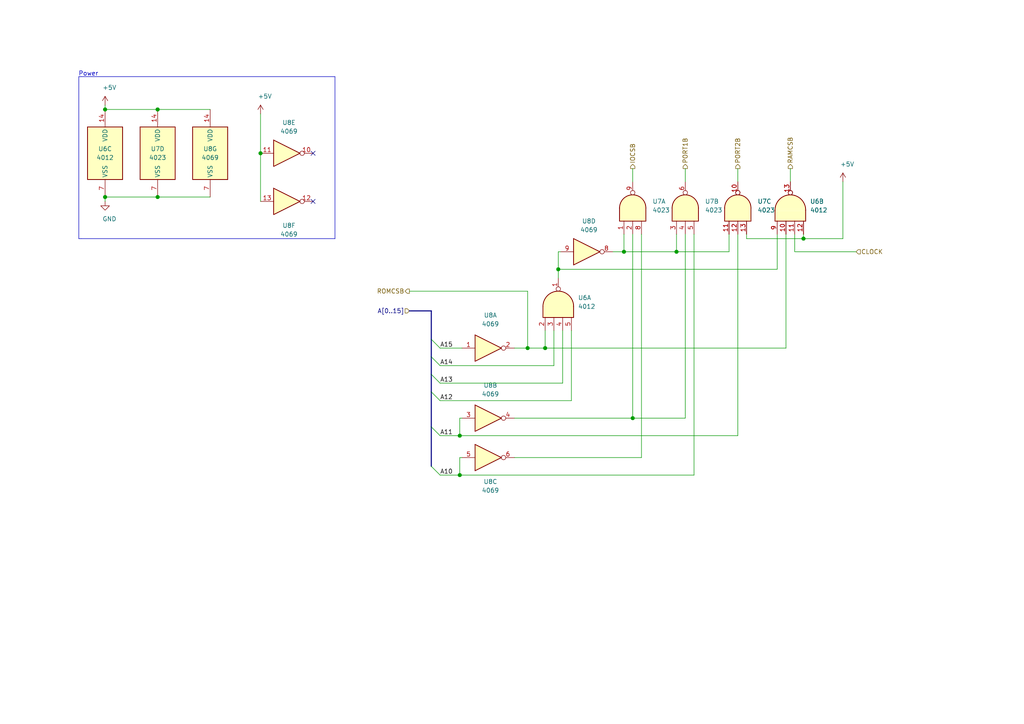
<source format=kicad_sch>
(kicad_sch (version 20201015) (generator eeschema)
  (page 1 4)
  (paper "A4")
  (title_block (title "Retro 6502 Mother Board") (rev "0.1") (company "Romuald Rousseau"))
  (lib_symbols
    (symbol "4xxx:4012"
      (property "Reference" "U" (at 0 1.27 0))
      (property "Value" "4012" (at 0 -1.27 0))
      (symbol "4012_1_1"
        (arc (start -0.635 -4.445) (end -0.635 4.445) (radius (at -0.635 0) (length 4.445) (angles -89.9 89.9)) (stroke (width 0.254)) (fill (type background)))
        (polyline (pts (xy -0.635 4.445) (xy -3.81 4.445) (xy -3.81 -4.445) (xy -0.635 -4.445)) (stroke (width 0.254)) (fill (type background)))
        (pin output inverted (at 7.62 0 180) (length 3.81) (name "~") (number "1"))
        (pin input line (at -7.62 3.81 0) (length 3.81) (name "~") (number "2"))
        (pin input line (at -7.62 1.27 0) (length 3.81) (name "~") (number "3"))
        (pin input line (at -7.62 -1.27 0) (length 3.81) (name "~") (number "4"))
        (pin input line (at -7.62 -3.81 0) (length 3.81) (name "~") (number "5"))
      )
      (symbol "4012_1_2"
        (arc (start -3.81 4.445) (end -3.81 -4.445) (radius (at -11.303 0) (length 8.7122) (angles 30.6 -30.6)) (stroke (width 0.254)))
        (arc (start 3.81 0) (end -0.6096 4.445) (radius (at -2.0574 -1.4224) (length 6.0452) (angles 13.7 76.8)) (stroke (width 0.254)) (fill (type background)))
        (arc (start 3.81 0) (end -0.6096 -4.445) (radius (at -2.0574 1.4224) (length 6.0452) (angles -13.7 -76.8)) (stroke (width 0.254)) (fill (type background)))
        (polyline (pts (xy -3.81 -4.445) (xy -0.635 -4.445)) (stroke (width 0.254)) (fill (type background)))
        (polyline (pts (xy -3.81 4.445) (xy -0.635 4.445)) (stroke (width 0.254)) (fill (type background)))
        (polyline (pts (xy -0.635 4.445) (xy -3.81 4.445) (xy -3.81 4.445) (xy -3.6322 4.0894) (xy -3.0988 2.921) (xy -2.7686 1.6764) (xy -2.6162 0.4318) (xy -2.6416 -0.8636) (xy -2.8702 -2.1082) (xy -3.2512 -3.3274) (xy -3.81 -4.445) (xy -3.81 -4.445) (xy -0.635 -4.445)) (stroke (width -25.4)) (fill (type background)))
        (pin output line (at 7.62 0 180) (length 3.81) (name "~") (number "1"))
        (pin input inverted (at -7.62 3.81 0) (length 3.81) (name "~") (number "2"))
        (pin input inverted (at -7.62 1.27 0) (length 4.826) (name "~") (number "3"))
        (pin input inverted (at -7.62 -1.27 0) (length 4.826) (name "~") (number "4"))
        (pin input inverted (at -7.62 -3.81 0) (length 3.81) (name "~") (number "5"))
      )
      (symbol "4012_2_1"
        (arc (start -0.635 -4.445) (end -0.635 4.445) (radius (at -0.635 0) (length 4.445) (angles -89.9 89.9)) (stroke (width 0.254)) (fill (type background)))
        (polyline (pts (xy -0.635 4.445) (xy -3.81 4.445) (xy -3.81 -4.445) (xy -0.635 -4.445)) (stroke (width 0.254)) (fill (type background)))
        (pin input line (at -7.62 1.27 0) (length 3.81) (name "~") (number "10"))
        (pin input line (at -7.62 -1.27 0) (length 3.81) (name "~") (number "11"))
        (pin input line (at -7.62 -3.81 0) (length 3.81) (name "~") (number "12"))
        (pin output inverted (at 7.62 0 180) (length 3.81) (name "~") (number "13"))
        (pin input line (at -7.62 3.81 0) (length 3.81) (name "~") (number "9"))
      )
      (symbol "4012_2_2"
        (arc (start -3.81 4.445) (end -3.81 -4.445) (radius (at -11.303 0) (length 8.7122) (angles 30.6 -30.6)) (stroke (width 0.254)))
        (arc (start 3.81 0) (end -0.6096 4.445) (radius (at -2.0574 -1.4224) (length 6.0452) (angles 13.7 76.8)) (stroke (width 0.254)) (fill (type background)))
        (arc (start 3.81 0) (end -0.6096 -4.445) (radius (at -2.0574 1.4224) (length 6.0452) (angles -13.7 -76.8)) (stroke (width 0.254)) (fill (type background)))
        (polyline (pts (xy -3.81 -4.445) (xy -0.635 -4.445)) (stroke (width 0.254)) (fill (type background)))
        (polyline (pts (xy -3.81 4.445) (xy -0.635 4.445)) (stroke (width 0.254)) (fill (type background)))
        (polyline (pts (xy -0.635 4.445) (xy -3.81 4.445) (xy -3.81 4.445) (xy -3.6322 4.0894) (xy -3.0988 2.921) (xy -2.7686 1.6764) (xy -2.6162 0.4318) (xy -2.6416 -0.8636) (xy -2.8702 -2.1082) (xy -3.2512 -3.3274) (xy -3.81 -4.445) (xy -3.81 -4.445) (xy -0.635 -4.445)) (stroke (width -25.4)) (fill (type background)))
        (pin input inverted (at -7.62 1.27 0) (length 4.826) (name "~") (number "10"))
        (pin input inverted (at -7.62 -1.27 0) (length 4.826) (name "~") (number "11"))
        (pin input inverted (at -7.62 -3.81 0) (length 3.81) (name "~") (number "12"))
        (pin output line (at 7.62 0 180) (length 3.81) (name "~") (number "13"))
        (pin input inverted (at -7.62 3.81 0) (length 3.81) (name "~") (number "9"))
      )
      (symbol "4012_3_0"
        (pin power_in line (at 0 12.7 270) (length 5.08) (name "VDD") (number "14"))
        (pin power_in line (at 0 -12.7 90) (length 5.08) (name "VSS") (number "7"))
      )
      (symbol "4012_3_1"
        (rectangle (start -5.08 7.62) (end 5.08 -7.62) (stroke (width 0.254)) (fill (type background)))
      )
    )
    (symbol "4xxx:4012_1"
      (property "Reference" "U" (at 0 1.27 0))
      (property "Value" "4012" (at 0 -1.27 0))
      (symbol "4012_1_1_1"
        (arc (start -0.635 -4.445) (end -0.635 4.445) (radius (at -0.635 0) (length 4.445) (angles -89.9 89.9)) (stroke (width 0.254)) (fill (type background)))
        (polyline (pts (xy -0.635 4.445) (xy -3.81 4.445) (xy -3.81 -4.445) (xy -0.635 -4.445)) (stroke (width 0.254)) (fill (type background)))
        (pin output inverted (at 7.62 0 180) (length 3.81) (name "~") (number "1"))
        (pin input line (at -7.62 3.81 0) (length 3.81) (name "~") (number "2"))
        (pin input line (at -7.62 1.27 0) (length 3.81) (name "~") (number "3"))
        (pin input line (at -7.62 -1.27 0) (length 3.81) (name "~") (number "4"))
        (pin input line (at -7.62 -3.81 0) (length 3.81) (name "~") (number "5"))
      )
      (symbol "4012_1_1_2"
        (arc (start -3.81 4.445) (end -3.81 -4.445) (radius (at -11.303 0) (length 8.7122) (angles 30.6 -30.6)) (stroke (width 0.254)))
        (arc (start 3.81 0) (end -0.6096 4.445) (radius (at -2.0574 -1.4224) (length 6.0452) (angles 13.7 76.8)) (stroke (width 0.254)) (fill (type background)))
        (arc (start 3.81 0) (end -0.6096 -4.445) (radius (at -2.0574 1.4224) (length 6.0452) (angles -13.7 -76.8)) (stroke (width 0.254)) (fill (type background)))
        (polyline (pts (xy -3.81 -4.445) (xy -0.635 -4.445)) (stroke (width 0.254)) (fill (type background)))
        (polyline (pts (xy -3.81 4.445) (xy -0.635 4.445)) (stroke (width 0.254)) (fill (type background)))
        (polyline (pts (xy -0.635 4.445) (xy -3.81 4.445) (xy -3.81 4.445) (xy -3.6322 4.0894) (xy -3.0988 2.921) (xy -2.7686 1.6764) (xy -2.6162 0.4318) (xy -2.6416 -0.8636) (xy -2.8702 -2.1082) (xy -3.2512 -3.3274) (xy -3.81 -4.445) (xy -3.81 -4.445) (xy -0.635 -4.445)) (stroke (width -25.4)) (fill (type background)))
        (pin output line (at 7.62 0 180) (length 3.81) (name "~") (number "1"))
        (pin input inverted (at -7.62 3.81 0) (length 3.81) (name "~") (number "2"))
        (pin input inverted (at -7.62 1.27 0) (length 4.826) (name "~") (number "3"))
        (pin input inverted (at -7.62 -1.27 0) (length 4.826) (name "~") (number "4"))
        (pin input inverted (at -7.62 -3.81 0) (length 3.81) (name "~") (number "5"))
      )
      (symbol "4012_1_2_1"
        (arc (start -0.635 -4.445) (end -0.635 4.445) (radius (at -0.635 0) (length 4.445) (angles -89.9 89.9)) (stroke (width 0.254)) (fill (type background)))
        (polyline (pts (xy -0.635 4.445) (xy -3.81 4.445) (xy -3.81 -4.445) (xy -0.635 -4.445)) (stroke (width 0.254)) (fill (type background)))
        (pin input line (at -7.62 1.27 0) (length 3.81) (name "~") (number "10"))
        (pin input line (at -7.62 -1.27 0) (length 3.81) (name "~") (number "11"))
        (pin input line (at -7.62 -3.81 0) (length 3.81) (name "~") (number "12"))
        (pin output inverted (at 7.62 0 180) (length 3.81) (name "~") (number "13"))
        (pin input line (at -7.62 3.81 0) (length 3.81) (name "~") (number "9"))
      )
      (symbol "4012_1_2_2"
        (arc (start -3.81 4.445) (end -3.81 -4.445) (radius (at -11.303 0) (length 8.7122) (angles 30.6 -30.6)) (stroke (width 0.254)))
        (arc (start 3.81 0) (end -0.6096 4.445) (radius (at -2.0574 -1.4224) (length 6.0452) (angles 13.7 76.8)) (stroke (width 0.254)) (fill (type background)))
        (arc (start 3.81 0) (end -0.6096 -4.445) (radius (at -2.0574 1.4224) (length 6.0452) (angles -13.7 -76.8)) (stroke (width 0.254)) (fill (type background)))
        (polyline (pts (xy -3.81 -4.445) (xy -0.635 -4.445)) (stroke (width 0.254)) (fill (type background)))
        (polyline (pts (xy -3.81 4.445) (xy -0.635 4.445)) (stroke (width 0.254)) (fill (type background)))
        (polyline (pts (xy -0.635 4.445) (xy -3.81 4.445) (xy -3.81 4.445) (xy -3.6322 4.0894) (xy -3.0988 2.921) (xy -2.7686 1.6764) (xy -2.6162 0.4318) (xy -2.6416 -0.8636) (xy -2.8702 -2.1082) (xy -3.2512 -3.3274) (xy -3.81 -4.445) (xy -3.81 -4.445) (xy -0.635 -4.445)) (stroke (width -25.4)) (fill (type background)))
        (pin input inverted (at -7.62 1.27 0) (length 4.826) (name "~") (number "10"))
        (pin input inverted (at -7.62 -1.27 0) (length 4.826) (name "~") (number "11"))
        (pin input inverted (at -7.62 -3.81 0) (length 3.81) (name "~") (number "12"))
        (pin output line (at 7.62 0 180) (length 3.81) (name "~") (number "13"))
        (pin input inverted (at -7.62 3.81 0) (length 3.81) (name "~") (number "9"))
      )
      (symbol "4012_1_3_0"
        (pin power_in line (at 0 12.7 270) (length 5.08) (name "VDD") (number "14"))
        (pin power_in line (at 0 -12.7 90) (length 5.08) (name "VSS") (number "7"))
      )
      (symbol "4012_1_3_1"
        (rectangle (start -5.08 7.62) (end 5.08 -7.62) (stroke (width 0.254)) (fill (type background)))
      )
    )
    (symbol "4xxx:4012_2"
      (property "Reference" "U" (at 0 1.27 0))
      (property "Value" "4012" (at 0 -1.27 0))
      (symbol "4012_2_1_1"
        (arc (start -0.635 -4.445) (end -0.635 4.445) (radius (at -0.635 0) (length 4.445) (angles -89.9 89.9)) (stroke (width 0.254)) (fill (type background)))
        (polyline (pts (xy -0.635 4.445) (xy -3.81 4.445) (xy -3.81 -4.445) (xy -0.635 -4.445)) (stroke (width 0.254)) (fill (type background)))
        (pin output inverted (at 7.62 0 180) (length 3.81) (name "~") (number "1"))
        (pin input line (at -7.62 3.81 0) (length 3.81) (name "~") (number "2"))
        (pin input line (at -7.62 1.27 0) (length 3.81) (name "~") (number "3"))
        (pin input line (at -7.62 -1.27 0) (length 3.81) (name "~") (number "4"))
        (pin input line (at -7.62 -3.81 0) (length 3.81) (name "~") (number "5"))
      )
      (symbol "4012_2_1_2"
        (arc (start -3.81 4.445) (end -3.81 -4.445) (radius (at -11.303 0) (length 8.7122) (angles 30.6 -30.6)) (stroke (width 0.254)))
        (arc (start 3.81 0) (end -0.6096 4.445) (radius (at -2.0574 -1.4224) (length 6.0452) (angles 13.7 76.8)) (stroke (width 0.254)) (fill (type background)))
        (arc (start 3.81 0) (end -0.6096 -4.445) (radius (at -2.0574 1.4224) (length 6.0452) (angles -13.7 -76.8)) (stroke (width 0.254)) (fill (type background)))
        (polyline (pts (xy -3.81 -4.445) (xy -0.635 -4.445)) (stroke (width 0.254)) (fill (type background)))
        (polyline (pts (xy -3.81 4.445) (xy -0.635 4.445)) (stroke (width 0.254)) (fill (type background)))
        (polyline (pts (xy -0.635 4.445) (xy -3.81 4.445) (xy -3.81 4.445) (xy -3.6322 4.0894) (xy -3.0988 2.921) (xy -2.7686 1.6764) (xy -2.6162 0.4318) (xy -2.6416 -0.8636) (xy -2.8702 -2.1082) (xy -3.2512 -3.3274) (xy -3.81 -4.445) (xy -3.81 -4.445) (xy -0.635 -4.445)) (stroke (width -25.4)) (fill (type background)))
        (pin output line (at 7.62 0 180) (length 3.81) (name "~") (number "1"))
        (pin input inverted (at -7.62 3.81 0) (length 3.81) (name "~") (number "2"))
        (pin input inverted (at -7.62 1.27 0) (length 4.826) (name "~") (number "3"))
        (pin input inverted (at -7.62 -1.27 0) (length 4.826) (name "~") (number "4"))
        (pin input inverted (at -7.62 -3.81 0) (length 3.81) (name "~") (number "5"))
      )
      (symbol "4012_2_2_1"
        (arc (start -0.635 -4.445) (end -0.635 4.445) (radius (at -0.635 0) (length 4.445) (angles -89.9 89.9)) (stroke (width 0.254)) (fill (type background)))
        (polyline (pts (xy -0.635 4.445) (xy -3.81 4.445) (xy -3.81 -4.445) (xy -0.635 -4.445)) (stroke (width 0.254)) (fill (type background)))
        (pin input line (at -7.62 1.27 0) (length 3.81) (name "~") (number "10"))
        (pin input line (at -7.62 -1.27 0) (length 3.81) (name "~") (number "11"))
        (pin input line (at -7.62 -3.81 0) (length 3.81) (name "~") (number "12"))
        (pin output inverted (at 7.62 0 180) (length 3.81) (name "~") (number "13"))
        (pin input line (at -7.62 3.81 0) (length 3.81) (name "~") (number "9"))
      )
      (symbol "4012_2_2_2"
        (arc (start -3.81 4.445) (end -3.81 -4.445) (radius (at -11.303 0) (length 8.7122) (angles 30.6 -30.6)) (stroke (width 0.254)))
        (arc (start 3.81 0) (end -0.6096 4.445) (radius (at -2.0574 -1.4224) (length 6.0452) (angles 13.7 76.8)) (stroke (width 0.254)) (fill (type background)))
        (arc (start 3.81 0) (end -0.6096 -4.445) (radius (at -2.0574 1.4224) (length 6.0452) (angles -13.7 -76.8)) (stroke (width 0.254)) (fill (type background)))
        (polyline (pts (xy -3.81 -4.445) (xy -0.635 -4.445)) (stroke (width 0.254)) (fill (type background)))
        (polyline (pts (xy -3.81 4.445) (xy -0.635 4.445)) (stroke (width 0.254)) (fill (type background)))
        (polyline (pts (xy -0.635 4.445) (xy -3.81 4.445) (xy -3.81 4.445) (xy -3.6322 4.0894) (xy -3.0988 2.921) (xy -2.7686 1.6764) (xy -2.6162 0.4318) (xy -2.6416 -0.8636) (xy -2.8702 -2.1082) (xy -3.2512 -3.3274) (xy -3.81 -4.445) (xy -3.81 -4.445) (xy -0.635 -4.445)) (stroke (width -25.4)) (fill (type background)))
        (pin input inverted (at -7.62 1.27 0) (length 4.826) (name "~") (number "10"))
        (pin input inverted (at -7.62 -1.27 0) (length 4.826) (name "~") (number "11"))
        (pin input inverted (at -7.62 -3.81 0) (length 3.81) (name "~") (number "12"))
        (pin output line (at 7.62 0 180) (length 3.81) (name "~") (number "13"))
        (pin input inverted (at -7.62 3.81 0) (length 3.81) (name "~") (number "9"))
      )
      (symbol "4012_2_3_0"
        (pin power_in line (at 0 12.7 270) (length 5.08) (name "VDD") (number "14"))
        (pin power_in line (at 0 -12.7 90) (length 5.08) (name "VSS") (number "7"))
      )
      (symbol "4012_2_3_1"
        (rectangle (start -5.08 7.62) (end 5.08 -7.62) (stroke (width 0.254)) (fill (type background)))
      )
    )
    (symbol "4xxx:4023"
      (property "Reference" "U" (at 0 1.27 0))
      (property "Value" "4023" (at 0 -1.27 0))
      (symbol "4023_1_1"
        (arc (start 0 -3.81) (end 0 3.81) (radius (at 0 0) (length 3.81) (angles -89.9 89.9)) (stroke (width 0.254)) (fill (type background)))
        (polyline (pts (xy 0 3.81) (xy -3.81 3.81) (xy -3.81 -3.81) (xy 0 -3.81)) (stroke (width 0.254)) (fill (type background)))
        (pin input line (at -7.62 2.54 0) (length 3.81) (name "~") (number "1"))
        (pin input line (at -7.62 0 0) (length 3.81) (name "~") (number "2"))
        (pin input line (at -7.62 -2.54 0) (length 3.81) (name "~") (number "8"))
        (pin output inverted (at 7.62 0 180) (length 3.81) (name "~") (number "9"))
      )
      (symbol "4023_1_2"
        (arc (start -3.81 3.81) (end -3.81 -3.81) (radius (at -9.144 0) (length 6.5532) (angles 35.4 -35.4)) (stroke (width 0.254)))
        (arc (start 3.81 0) (end -0.6096 3.81) (radius (at -1.1938 -1.3208) (length 5.1816) (angles 15 83.7)) (stroke (width 0.254)) (fill (type background)))
        (arc (start 3.81 0) (end -0.6096 -3.81) (radius (at -1.1938 1.3208) (length 5.1816) (angles -15 -83.7)) (stroke (width 0.254)) (fill (type background)))
        (polyline (pts (xy -3.81 -3.81) (xy -0.635 -3.81)) (stroke (width 0.254)) (fill (type background)))
        (polyline (pts (xy -3.81 3.81) (xy -0.635 3.81)) (stroke (width 0.254)) (fill (type background)))
        (polyline (pts (xy -0.635 3.81) (xy -3.81 3.81) (xy -3.81 3.81) (xy -3.556 3.4036) (xy -3.0226 2.2606) (xy -2.6924 1.0414) (xy -2.6162 -0.254) (xy -2.7686 -1.4986) (xy -3.175 -2.7178) (xy -3.81 -3.81) (xy -3.81 -3.81) (xy -0.635 -3.81)) (stroke (width -25.4)) (fill (type background)))
        (pin input inverted (at -7.62 2.54 0) (length 4.318) (name "~") (number "1"))
        (pin input inverted (at -7.62 0 0) (length 4.953) (name "~") (number "2"))
        (pin input inverted (at -7.62 -2.54 0) (length 4.318) (name "~") (number "8"))
        (pin output line (at 7.62 0 180) (length 3.81) (name "~") (number "9"))
      )
      (symbol "4023_2_1"
        (arc (start 0 -3.81) (end 0 3.81) (radius (at 0 0) (length 3.81) (angles -89.9 89.9)) (stroke (width 0.254)) (fill (type background)))
        (polyline (pts (xy 0 3.81) (xy -3.81 3.81) (xy -3.81 -3.81) (xy 0 -3.81)) (stroke (width 0.254)) (fill (type background)))
        (pin input line (at -7.62 2.54 0) (length 3.81) (name "~") (number "3"))
        (pin input line (at -7.62 0 0) (length 3.81) (name "~") (number "4"))
        (pin input line (at -7.62 -2.54 0) (length 3.81) (name "~") (number "5"))
        (pin output inverted (at 7.62 0 180) (length 3.81) (name "~") (number "6"))
      )
      (symbol "4023_2_2"
        (arc (start -3.81 3.81) (end -3.81 -3.81) (radius (at -9.144 0) (length 6.5532) (angles 35.4 -35.4)) (stroke (width 0.254)))
        (arc (start 3.81 0) (end -0.6096 3.81) (radius (at -1.1938 -1.3208) (length 5.1816) (angles 15 83.7)) (stroke (width 0.254)) (fill (type background)))
        (arc (start 3.81 0) (end -0.6096 -3.81) (radius (at -1.1938 1.3208) (length 5.1816) (angles -15 -83.7)) (stroke (width 0.254)) (fill (type background)))
        (polyline (pts (xy -3.81 -3.81) (xy -0.635 -3.81)) (stroke (width 0.254)) (fill (type background)))
        (polyline (pts (xy -3.81 3.81) (xy -0.635 3.81)) (stroke (width 0.254)) (fill (type background)))
        (polyline (pts (xy -0.635 3.81) (xy -3.81 3.81) (xy -3.81 3.81) (xy -3.556 3.4036) (xy -3.0226 2.2606) (xy -2.6924 1.0414) (xy -2.6162 -0.254) (xy -2.7686 -1.4986) (xy -3.175 -2.7178) (xy -3.81 -3.81) (xy -3.81 -3.81) (xy -0.635 -3.81)) (stroke (width -25.4)) (fill (type background)))
        (pin input inverted (at -7.62 2.54 0) (length 4.318) (name "~") (number "3"))
        (pin input inverted (at -7.62 0 0) (length 4.953) (name "~") (number "4"))
        (pin input inverted (at -7.62 -2.54 0) (length 4.318) (name "~") (number "5"))
        (pin output line (at 7.62 0 180) (length 3.81) (name "~") (number "6"))
      )
      (symbol "4023_3_1"
        (arc (start 0 -3.81) (end 0 3.81) (radius (at 0 0) (length 3.81) (angles -89.9 89.9)) (stroke (width 0.254)) (fill (type background)))
        (polyline (pts (xy 0 3.81) (xy -3.81 3.81) (xy -3.81 -3.81) (xy 0 -3.81)) (stroke (width 0.254)) (fill (type background)))
        (pin output inverted (at 7.62 0 180) (length 3.81) (name "~") (number "10"))
        (pin input line (at -7.62 2.54 0) (length 3.81) (name "~") (number "11"))
        (pin input line (at -7.62 0 0) (length 3.81) (name "~") (number "12"))
        (pin input line (at -7.62 -2.54 0) (length 3.81) (name "~") (number "13"))
      )
      (symbol "4023_3_2"
        (arc (start -3.81 3.81) (end -3.81 -3.81) (radius (at -9.144 0) (length 6.5532) (angles 35.4 -35.4)) (stroke (width 0.254)))
        (arc (start 3.81 0) (end -0.6096 3.81) (radius (at -1.1938 -1.3208) (length 5.1816) (angles 15 83.7)) (stroke (width 0.254)) (fill (type background)))
        (arc (start 3.81 0) (end -0.6096 -3.81) (radius (at -1.1938 1.3208) (length 5.1816) (angles -15 -83.7)) (stroke (width 0.254)) (fill (type background)))
        (polyline (pts (xy -3.81 -3.81) (xy -0.635 -3.81)) (stroke (width 0.254)) (fill (type background)))
        (polyline (pts (xy -3.81 3.81) (xy -0.635 3.81)) (stroke (width 0.254)) (fill (type background)))
        (polyline (pts (xy -0.635 3.81) (xy -3.81 3.81) (xy -3.81 3.81) (xy -3.556 3.4036) (xy -3.0226 2.2606) (xy -2.6924 1.0414) (xy -2.6162 -0.254) (xy -2.7686 -1.4986) (xy -3.175 -2.7178) (xy -3.81 -3.81) (xy -3.81 -3.81) (xy -0.635 -3.81)) (stroke (width -25.4)) (fill (type background)))
        (pin output line (at 7.62 0 180) (length 3.81) (name "~") (number "10"))
        (pin input inverted (at -7.62 2.54 0) (length 4.318) (name "~") (number "11"))
        (pin input inverted (at -7.62 0 0) (length 4.953) (name "~") (number "12"))
        (pin input inverted (at -7.62 -2.54 0) (length 4.318) (name "~") (number "13"))
      )
      (symbol "4023_4_0"
        (pin power_in line (at 0 12.7 270) (length 5.08) (name "VDD") (number "14"))
        (pin power_in line (at 0 -12.7 90) (length 5.08) (name "VSS") (number "7"))
      )
      (symbol "4023_4_1"
        (rectangle (start -5.08 7.62) (end 5.08 -7.62) (stroke (width 0.254)) (fill (type background)))
      )
    )
    (symbol "4xxx:4023_1"
      (property "Reference" "U" (at 0 1.27 0))
      (property "Value" "4023" (at 0 -1.27 0))
      (symbol "4023_1_1_1"
        (arc (start 0 -3.81) (end 0 3.81) (radius (at 0 0) (length 3.81) (angles -89.9 89.9)) (stroke (width 0.254)) (fill (type background)))
        (polyline (pts (xy 0 3.81) (xy -3.81 3.81) (xy -3.81 -3.81) (xy 0 -3.81)) (stroke (width 0.254)) (fill (type background)))
        (pin input line (at -7.62 2.54 0) (length 3.81) (name "~") (number "1"))
        (pin input line (at -7.62 0 0) (length 3.81) (name "~") (number "2"))
        (pin input line (at -7.62 -2.54 0) (length 3.81) (name "~") (number "8"))
        (pin output inverted (at 7.62 0 180) (length 3.81) (name "~") (number "9"))
      )
      (symbol "4023_1_1_2"
        (arc (start -3.81 3.81) (end -3.81 -3.81) (radius (at -9.144 0) (length 6.5532) (angles 35.4 -35.4)) (stroke (width 0.254)))
        (arc (start 3.81 0) (end -0.6096 3.81) (radius (at -1.1938 -1.3208) (length 5.1816) (angles 15 83.7)) (stroke (width 0.254)) (fill (type background)))
        (arc (start 3.81 0) (end -0.6096 -3.81) (radius (at -1.1938 1.3208) (length 5.1816) (angles -15 -83.7)) (stroke (width 0.254)) (fill (type background)))
        (polyline (pts (xy -3.81 -3.81) (xy -0.635 -3.81)) (stroke (width 0.254)) (fill (type background)))
        (polyline (pts (xy -3.81 3.81) (xy -0.635 3.81)) (stroke (width 0.254)) (fill (type background)))
        (polyline (pts (xy -0.635 3.81) (xy -3.81 3.81) (xy -3.81 3.81) (xy -3.556 3.4036) (xy -3.0226 2.2606) (xy -2.6924 1.0414) (xy -2.6162 -0.254) (xy -2.7686 -1.4986) (xy -3.175 -2.7178) (xy -3.81 -3.81) (xy -3.81 -3.81) (xy -0.635 -3.81)) (stroke (width -25.4)) (fill (type background)))
        (pin input inverted (at -7.62 2.54 0) (length 4.318) (name "~") (number "1"))
        (pin input inverted (at -7.62 0 0) (length 4.953) (name "~") (number "2"))
        (pin input inverted (at -7.62 -2.54 0) (length 4.318) (name "~") (number "8"))
        (pin output line (at 7.62 0 180) (length 3.81) (name "~") (number "9"))
      )
      (symbol "4023_1_2_1"
        (arc (start 0 -3.81) (end 0 3.81) (radius (at 0 0) (length 3.81) (angles -89.9 89.9)) (stroke (width 0.254)) (fill (type background)))
        (polyline (pts (xy 0 3.81) (xy -3.81 3.81) (xy -3.81 -3.81) (xy 0 -3.81)) (stroke (width 0.254)) (fill (type background)))
        (pin input line (at -7.62 2.54 0) (length 3.81) (name "~") (number "3"))
        (pin input line (at -7.62 0 0) (length 3.81) (name "~") (number "4"))
        (pin input line (at -7.62 -2.54 0) (length 3.81) (name "~") (number "5"))
        (pin output inverted (at 7.62 0 180) (length 3.81) (name "~") (number "6"))
      )
      (symbol "4023_1_2_2"
        (arc (start -3.81 3.81) (end -3.81 -3.81) (radius (at -9.144 0) (length 6.5532) (angles 35.4 -35.4)) (stroke (width 0.254)))
        (arc (start 3.81 0) (end -0.6096 3.81) (radius (at -1.1938 -1.3208) (length 5.1816) (angles 15 83.7)) (stroke (width 0.254)) (fill (type background)))
        (arc (start 3.81 0) (end -0.6096 -3.81) (radius (at -1.1938 1.3208) (length 5.1816) (angles -15 -83.7)) (stroke (width 0.254)) (fill (type background)))
        (polyline (pts (xy -3.81 -3.81) (xy -0.635 -3.81)) (stroke (width 0.254)) (fill (type background)))
        (polyline (pts (xy -3.81 3.81) (xy -0.635 3.81)) (stroke (width 0.254)) (fill (type background)))
        (polyline (pts (xy -0.635 3.81) (xy -3.81 3.81) (xy -3.81 3.81) (xy -3.556 3.4036) (xy -3.0226 2.2606) (xy -2.6924 1.0414) (xy -2.6162 -0.254) (xy -2.7686 -1.4986) (xy -3.175 -2.7178) (xy -3.81 -3.81) (xy -3.81 -3.81) (xy -0.635 -3.81)) (stroke (width -25.4)) (fill (type background)))
        (pin input inverted (at -7.62 2.54 0) (length 4.318) (name "~") (number "3"))
        (pin input inverted (at -7.62 0 0) (length 4.953) (name "~") (number "4"))
        (pin input inverted (at -7.62 -2.54 0) (length 4.318) (name "~") (number "5"))
        (pin output line (at 7.62 0 180) (length 3.81) (name "~") (number "6"))
      )
      (symbol "4023_1_3_1"
        (arc (start 0 -3.81) (end 0 3.81) (radius (at 0 0) (length 3.81) (angles -89.9 89.9)) (stroke (width 0.254)) (fill (type background)))
        (polyline (pts (xy 0 3.81) (xy -3.81 3.81) (xy -3.81 -3.81) (xy 0 -3.81)) (stroke (width 0.254)) (fill (type background)))
        (pin output inverted (at 7.62 0 180) (length 3.81) (name "~") (number "10"))
        (pin input line (at -7.62 2.54 0) (length 3.81) (name "~") (number "11"))
        (pin input line (at -7.62 0 0) (length 3.81) (name "~") (number "12"))
        (pin input line (at -7.62 -2.54 0) (length 3.81) (name "~") (number "13"))
      )
      (symbol "4023_1_3_2"
        (arc (start -3.81 3.81) (end -3.81 -3.81) (radius (at -9.144 0) (length 6.5532) (angles 35.4 -35.4)) (stroke (width 0.254)))
        (arc (start 3.81 0) (end -0.6096 3.81) (radius (at -1.1938 -1.3208) (length 5.1816) (angles 15 83.7)) (stroke (width 0.254)) (fill (type background)))
        (arc (start 3.81 0) (end -0.6096 -3.81) (radius (at -1.1938 1.3208) (length 5.1816) (angles -15 -83.7)) (stroke (width 0.254)) (fill (type background)))
        (polyline (pts (xy -3.81 -3.81) (xy -0.635 -3.81)) (stroke (width 0.254)) (fill (type background)))
        (polyline (pts (xy -3.81 3.81) (xy -0.635 3.81)) (stroke (width 0.254)) (fill (type background)))
        (polyline (pts (xy -0.635 3.81) (xy -3.81 3.81) (xy -3.81 3.81) (xy -3.556 3.4036) (xy -3.0226 2.2606) (xy -2.6924 1.0414) (xy -2.6162 -0.254) (xy -2.7686 -1.4986) (xy -3.175 -2.7178) (xy -3.81 -3.81) (xy -3.81 -3.81) (xy -0.635 -3.81)) (stroke (width -25.4)) (fill (type background)))
        (pin output line (at 7.62 0 180) (length 3.81) (name "~") (number "10"))
        (pin input inverted (at -7.62 2.54 0) (length 4.318) (name "~") (number "11"))
        (pin input inverted (at -7.62 0 0) (length 4.953) (name "~") (number "12"))
        (pin input inverted (at -7.62 -2.54 0) (length 4.318) (name "~") (number "13"))
      )
      (symbol "4023_1_4_0"
        (pin power_in line (at 0 12.7 270) (length 5.08) (name "VDD") (number "14"))
        (pin power_in line (at 0 -12.7 90) (length 5.08) (name "VSS") (number "7"))
      )
      (symbol "4023_1_4_1"
        (rectangle (start -5.08 7.62) (end 5.08 -7.62) (stroke (width 0.254)) (fill (type background)))
      )
    )
    (symbol "4xxx:4023_2"
      (property "Reference" "U" (at 0 1.27 0))
      (property "Value" "4023" (at 0 -1.27 0))
      (symbol "4023_2_1_1"
        (arc (start 0 -3.81) (end 0 3.81) (radius (at 0 0) (length 3.81) (angles -89.9 89.9)) (stroke (width 0.254)) (fill (type background)))
        (polyline (pts (xy 0 3.81) (xy -3.81 3.81) (xy -3.81 -3.81) (xy 0 -3.81)) (stroke (width 0.254)) (fill (type background)))
        (pin input line (at -7.62 2.54 0) (length 3.81) (name "~") (number "1"))
        (pin input line (at -7.62 0 0) (length 3.81) (name "~") (number "2"))
        (pin input line (at -7.62 -2.54 0) (length 3.81) (name "~") (number "8"))
        (pin output inverted (at 7.62 0 180) (length 3.81) (name "~") (number "9"))
      )
      (symbol "4023_2_1_2"
        (arc (start -3.81 3.81) (end -3.81 -3.81) (radius (at -9.144 0) (length 6.5532) (angles 35.4 -35.4)) (stroke (width 0.254)))
        (arc (start 3.81 0) (end -0.6096 3.81) (radius (at -1.1938 -1.3208) (length 5.1816) (angles 15 83.7)) (stroke (width 0.254)) (fill (type background)))
        (arc (start 3.81 0) (end -0.6096 -3.81) (radius (at -1.1938 1.3208) (length 5.1816) (angles -15 -83.7)) (stroke (width 0.254)) (fill (type background)))
        (polyline (pts (xy -3.81 -3.81) (xy -0.635 -3.81)) (stroke (width 0.254)) (fill (type background)))
        (polyline (pts (xy -3.81 3.81) (xy -0.635 3.81)) (stroke (width 0.254)) (fill (type background)))
        (polyline (pts (xy -0.635 3.81) (xy -3.81 3.81) (xy -3.81 3.81) (xy -3.556 3.4036) (xy -3.0226 2.2606) (xy -2.6924 1.0414) (xy -2.6162 -0.254) (xy -2.7686 -1.4986) (xy -3.175 -2.7178) (xy -3.81 -3.81) (xy -3.81 -3.81) (xy -0.635 -3.81)) (stroke (width -25.4)) (fill (type background)))
        (pin input inverted (at -7.62 2.54 0) (length 4.318) (name "~") (number "1"))
        (pin input inverted (at -7.62 0 0) (length 4.953) (name "~") (number "2"))
        (pin input inverted (at -7.62 -2.54 0) (length 4.318) (name "~") (number "8"))
        (pin output line (at 7.62 0 180) (length 3.81) (name "~") (number "9"))
      )
      (symbol "4023_2_2_1"
        (arc (start 0 -3.81) (end 0 3.81) (radius (at 0 0) (length 3.81) (angles -89.9 89.9)) (stroke (width 0.254)) (fill (type background)))
        (polyline (pts (xy 0 3.81) (xy -3.81 3.81) (xy -3.81 -3.81) (xy 0 -3.81)) (stroke (width 0.254)) (fill (type background)))
        (pin input line (at -7.62 2.54 0) (length 3.81) (name "~") (number "3"))
        (pin input line (at -7.62 0 0) (length 3.81) (name "~") (number "4"))
        (pin input line (at -7.62 -2.54 0) (length 3.81) (name "~") (number "5"))
        (pin output inverted (at 7.62 0 180) (length 3.81) (name "~") (number "6"))
      )
      (symbol "4023_2_2_2"
        (arc (start -3.81 3.81) (end -3.81 -3.81) (radius (at -9.144 0) (length 6.5532) (angles 35.4 -35.4)) (stroke (width 0.254)))
        (arc (start 3.81 0) (end -0.6096 3.81) (radius (at -1.1938 -1.3208) (length 5.1816) (angles 15 83.7)) (stroke (width 0.254)) (fill (type background)))
        (arc (start 3.81 0) (end -0.6096 -3.81) (radius (at -1.1938 1.3208) (length 5.1816) (angles -15 -83.7)) (stroke (width 0.254)) (fill (type background)))
        (polyline (pts (xy -3.81 -3.81) (xy -0.635 -3.81)) (stroke (width 0.254)) (fill (type background)))
        (polyline (pts (xy -3.81 3.81) (xy -0.635 3.81)) (stroke (width 0.254)) (fill (type background)))
        (polyline (pts (xy -0.635 3.81) (xy -3.81 3.81) (xy -3.81 3.81) (xy -3.556 3.4036) (xy -3.0226 2.2606) (xy -2.6924 1.0414) (xy -2.6162 -0.254) (xy -2.7686 -1.4986) (xy -3.175 -2.7178) (xy -3.81 -3.81) (xy -3.81 -3.81) (xy -0.635 -3.81)) (stroke (width -25.4)) (fill (type background)))
        (pin input inverted (at -7.62 2.54 0) (length 4.318) (name "~") (number "3"))
        (pin input inverted (at -7.62 0 0) (length 4.953) (name "~") (number "4"))
        (pin input inverted (at -7.62 -2.54 0) (length 4.318) (name "~") (number "5"))
        (pin output line (at 7.62 0 180) (length 3.81) (name "~") (number "6"))
      )
      (symbol "4023_2_3_1"
        (arc (start 0 -3.81) (end 0 3.81) (radius (at 0 0) (length 3.81) (angles -89.9 89.9)) (stroke (width 0.254)) (fill (type background)))
        (polyline (pts (xy 0 3.81) (xy -3.81 3.81) (xy -3.81 -3.81) (xy 0 -3.81)) (stroke (width 0.254)) (fill (type background)))
        (pin output inverted (at 7.62 0 180) (length 3.81) (name "~") (number "10"))
        (pin input line (at -7.62 2.54 0) (length 3.81) (name "~") (number "11"))
        (pin input line (at -7.62 0 0) (length 3.81) (name "~") (number "12"))
        (pin input line (at -7.62 -2.54 0) (length 3.81) (name "~") (number "13"))
      )
      (symbol "4023_2_3_2"
        (arc (start -3.81 3.81) (end -3.81 -3.81) (radius (at -9.144 0) (length 6.5532) (angles 35.4 -35.4)) (stroke (width 0.254)))
        (arc (start 3.81 0) (end -0.6096 3.81) (radius (at -1.1938 -1.3208) (length 5.1816) (angles 15 83.7)) (stroke (width 0.254)) (fill (type background)))
        (arc (start 3.81 0) (end -0.6096 -3.81) (radius (at -1.1938 1.3208) (length 5.1816) (angles -15 -83.7)) (stroke (width 0.254)) (fill (type background)))
        (polyline (pts (xy -3.81 -3.81) (xy -0.635 -3.81)) (stroke (width 0.254)) (fill (type background)))
        (polyline (pts (xy -3.81 3.81) (xy -0.635 3.81)) (stroke (width 0.254)) (fill (type background)))
        (polyline (pts (xy -0.635 3.81) (xy -3.81 3.81) (xy -3.81 3.81) (xy -3.556 3.4036) (xy -3.0226 2.2606) (xy -2.6924 1.0414) (xy -2.6162 -0.254) (xy -2.7686 -1.4986) (xy -3.175 -2.7178) (xy -3.81 -3.81) (xy -3.81 -3.81) (xy -0.635 -3.81)) (stroke (width -25.4)) (fill (type background)))
        (pin output line (at 7.62 0 180) (length 3.81) (name "~") (number "10"))
        (pin input inverted (at -7.62 2.54 0) (length 4.318) (name "~") (number "11"))
        (pin input inverted (at -7.62 0 0) (length 4.953) (name "~") (number "12"))
        (pin input inverted (at -7.62 -2.54 0) (length 4.318) (name "~") (number "13"))
      )
      (symbol "4023_2_4_0"
        (pin power_in line (at 0 12.7 270) (length 5.08) (name "VDD") (number "14"))
        (pin power_in line (at 0 -12.7 90) (length 5.08) (name "VSS") (number "7"))
      )
      (symbol "4023_2_4_1"
        (rectangle (start -5.08 7.62) (end 5.08 -7.62) (stroke (width 0.254)) (fill (type background)))
      )
    )
    (symbol "4xxx:4069"
      (property "Reference" "U" (at 0 1.27 0))
      (property "Value" "4069" (at 0 -1.27 0))
      (symbol "4069_1_0"
        (polyline (pts (xy -3.81 3.81) (xy -3.81 -3.81) (xy 3.81 0) (xy -3.81 3.81)) (stroke (width 0.254)) (fill (type background)))
        (pin input line (at -7.62 0 0) (length 3.81) (name "~") (number "1"))
        (pin output inverted (at 7.62 0 180) (length 3.81) (name "~") (number "2"))
      )
      (symbol "4069_2_0"
        (polyline (pts (xy -3.81 3.81) (xy -3.81 -3.81) (xy 3.81 0) (xy -3.81 3.81)) (stroke (width 0.254)) (fill (type background)))
        (pin input line (at -7.62 0 0) (length 3.81) (name "~") (number "3"))
        (pin output inverted (at 7.62 0 180) (length 3.81) (name "~") (number "4"))
      )
      (symbol "4069_3_0"
        (polyline (pts (xy -3.81 3.81) (xy -3.81 -3.81) (xy 3.81 0) (xy -3.81 3.81)) (stroke (width 0.254)) (fill (type background)))
        (pin input line (at -7.62 0 0) (length 3.81) (name "~") (number "5"))
        (pin output inverted (at 7.62 0 180) (length 3.81) (name "~") (number "6"))
      )
      (symbol "4069_4_0"
        (polyline (pts (xy -3.81 3.81) (xy -3.81 -3.81) (xy 3.81 0) (xy -3.81 3.81)) (stroke (width 0.254)) (fill (type background)))
        (pin output inverted (at 7.62 0 180) (length 3.81) (name "~") (number "8"))
        (pin input line (at -7.62 0 0) (length 3.81) (name "~") (number "9"))
      )
      (symbol "4069_5_0"
        (polyline (pts (xy -3.81 3.81) (xy -3.81 -3.81) (xy 3.81 0) (xy -3.81 3.81)) (stroke (width 0.254)) (fill (type background)))
        (pin output inverted (at 7.62 0 180) (length 3.81) (name "~") (number "10"))
        (pin input line (at -7.62 0 0) (length 3.81) (name "~") (number "11"))
      )
      (symbol "4069_6_0"
        (polyline (pts (xy -3.81 3.81) (xy -3.81 -3.81) (xy 3.81 0) (xy -3.81 3.81)) (stroke (width 0.254)) (fill (type background)))
        (pin output inverted (at 7.62 0 180) (length 3.81) (name "~") (number "12"))
        (pin input line (at -7.62 0 0) (length 3.81) (name "~") (number "13"))
      )
      (symbol "4069_7_0"
        (pin power_in line (at 0 12.7 270) (length 5.08) (name "VDD") (number "14"))
        (pin power_in line (at 0 -12.7 90) (length 5.08) (name "VSS") (number "7"))
      )
      (symbol "4069_7_1"
        (rectangle (start -5.08 7.62) (end 5.08 -7.62) (stroke (width 0.254)) (fill (type background)))
      )
    )
    (symbol "power:+5V" (power) (pin_names (offset 0))
      (property "Value" "+5V" (at 0 3.556 0))
      (symbol "+5V_0_1"
        (polyline (pts (xy -0.762 1.27) (xy 0 2.54)))
        (polyline (pts (xy 0 0) (xy 0 2.54)))
        (polyline (pts (xy 0 2.54) (xy 0.762 1.27)))
      )
      (symbol "+5V_1_1"
        (pin power_in line (at 0 0 90) (length 0) hide (name "+5V") (number "1"))
      )
    )
    (symbol "power:GND" (power) (pin_names (offset 0))
      (property "Value" "GND" (at 0 -3.81 0))
      (symbol "GND_0_1"
        (polyline (pts (xy 0 0) (xy 0 -1.27) (xy 1.27 -1.27) (xy 0 -2.54) (xy -1.27 -1.27) (xy 0 -1.27)))
      )
      (symbol "GND_1_1"
        (pin power_in line (at 0 0 270) (length 0) hide (name "GND") (number "1"))
      )
    )
  )
  (bus_alias "T" (members "RAMCSB" "IOCSB"))
  (junction (at 30.48 31.75) (diameter 1.016))
  (junction (at 30.48 57.15) (diameter 1.016))
  (junction (at 45.72 31.75) (diameter 1.016))
  (junction (at 45.72 57.15) (diameter 1.016))
  (junction (at 75.565 44.45) (diameter 1.016))
  (junction (at 133.35 126.365) (diameter 1.016))
  (junction (at 133.35 137.795) (diameter 1.016))
  (junction (at 153.035 100.965) (diameter 1.016))
  (junction (at 158.115 100.965) (diameter 1.016))
  (junction (at 161.925 78.105) (diameter 1.016))
  (junction (at 180.975 73.025) (diameter 1.016))
  (junction (at 183.515 121.285) (diameter 1.016))
  (junction (at 196.215 73.025) (diameter 1.016))
  (junction (at 233.045 69.215) (diameter 1.016))
  (no_connect (at 90.805 58.42))
  (no_connect (at 90.805 44.45))
  (bus_entry (at 125.095 98.425) (size 2.54 2.54) (stroke (width 0.1524)))
  (bus_entry (at 125.095 103.505) (size 2.54 2.54) (stroke (width 0.1524)))
  (bus_entry (at 125.095 108.585) (size 2.54 2.54) (stroke (width 0.1524)))
  (bus_entry (at 125.095 113.665) (size 2.54 2.54) (stroke (width 0.1524)))
  (bus_entry (at 125.095 123.825) (size 2.54 2.54) (stroke (width 0.1524)))
  (bus_entry (at 125.095 135.255) (size 2.54 2.54) (stroke (width 0.1524)))
  (wire (pts (xy 30.48 30.48) (xy 30.48 31.75)))
  (wire (pts (xy 30.48 31.75) (xy 45.72 31.75)))
  (wire (pts (xy 30.48 57.15) (xy 30.48 58.42)))
  (wire (pts (xy 30.48 57.15) (xy 45.72 57.15)))
  (wire (pts (xy 45.72 31.75) (xy 60.96 31.75)))
  (wire (pts (xy 45.72 57.15) (xy 60.96 57.15)))
  (wire (pts (xy 75.565 33.02) (xy 75.565 44.45)))
  (wire (pts (xy 75.565 44.45) (xy 75.565 58.42)))
  (wire (pts (xy 118.745 84.455) (xy 153.035 84.455)))
  (wire (pts (xy 127.635 100.965) (xy 133.985 100.965)))
  (wire (pts (xy 127.635 106.045) (xy 160.655 106.045)))
  (wire (pts (xy 127.635 111.125) (xy 163.195 111.125)))
  (wire (pts (xy 127.635 116.205) (xy 165.735 116.205)))
  (wire (pts (xy 127.635 126.365) (xy 133.35 126.365)))
  (wire (pts (xy 127.635 137.795) (xy 133.35 137.795)))
  (wire (pts (xy 133.35 121.285) (xy 133.35 126.365)))
  (wire (pts (xy 133.35 126.365) (xy 213.995 126.365)))
  (wire (pts (xy 133.35 132.715) (xy 133.35 137.795)))
  (wire (pts (xy 133.35 137.795) (xy 201.295 137.795)))
  (wire (pts (xy 133.985 121.285) (xy 133.35 121.285)))
  (wire (pts (xy 133.985 132.715) (xy 133.35 132.715)))
  (wire (pts (xy 149.225 100.965) (xy 153.035 100.965)))
  (wire (pts (xy 149.225 121.285) (xy 183.515 121.285)))
  (wire (pts (xy 149.225 132.715) (xy 186.055 132.715)))
  (wire (pts (xy 153.035 84.455) (xy 153.035 100.965)))
  (wire (pts (xy 153.035 100.965) (xy 158.115 100.965)))
  (wire (pts (xy 158.115 95.885) (xy 158.115 100.965)))
  (wire (pts (xy 158.115 100.965) (xy 227.965 100.965)))
  (wire (pts (xy 160.655 95.885) (xy 160.655 106.045)))
  (wire (pts (xy 161.925 73.025) (xy 162.56 73.025)))
  (wire (pts (xy 161.925 78.105) (xy 161.925 73.025)))
  (wire (pts (xy 161.925 78.105) (xy 225.425 78.105)))
  (wire (pts (xy 161.925 80.645) (xy 161.925 78.105)))
  (wire (pts (xy 163.195 95.885) (xy 163.195 111.125)))
  (wire (pts (xy 165.735 95.885) (xy 165.735 116.205)))
  (wire (pts (xy 177.8 73.025) (xy 180.975 73.025)))
  (wire (pts (xy 180.975 67.945) (xy 180.975 73.025)))
  (wire (pts (xy 180.975 73.025) (xy 196.215 73.025)))
  (wire (pts (xy 183.515 48.895) (xy 183.515 52.705)))
  (wire (pts (xy 183.515 67.945) (xy 183.515 121.285)))
  (wire (pts (xy 183.515 121.285) (xy 198.755 121.285)))
  (wire (pts (xy 186.055 67.945) (xy 186.055 132.715)))
  (wire (pts (xy 196.215 67.945) (xy 196.215 73.025)))
  (wire (pts (xy 198.755 48.895) (xy 198.755 52.705)))
  (wire (pts (xy 198.755 67.945) (xy 198.755 121.285)))
  (wire (pts (xy 201.295 67.945) (xy 201.295 137.795)))
  (wire (pts (xy 211.455 67.945) (xy 211.455 73.025)))
  (wire (pts (xy 211.455 73.025) (xy 196.215 73.025)))
  (wire (pts (xy 213.995 48.895) (xy 213.995 52.705)))
  (wire (pts (xy 213.995 126.365) (xy 213.995 67.945)))
  (wire (pts (xy 216.535 67.945) (xy 216.535 69.215)))
  (wire (pts (xy 216.535 69.215) (xy 233.045 69.215)))
  (wire (pts (xy 225.425 67.945) (xy 225.425 78.105)))
  (wire (pts (xy 227.965 67.945) (xy 227.965 100.965)))
  (wire (pts (xy 229.235 48.895) (xy 229.235 52.705)))
  (wire (pts (xy 230.505 67.945) (xy 230.505 73.025)))
  (wire (pts (xy 230.505 73.025) (xy 248.285 73.025)))
  (wire (pts (xy 233.045 67.945) (xy 233.045 69.215)))
  (wire (pts (xy 233.045 69.215) (xy 244.475 69.215)))
  (wire (pts (xy 244.475 52.705) (xy 244.475 69.215)))
  (bus (pts (xy 118.745 90.17) (xy 125.095 90.17)))
  (bus (pts (xy 125.095 90.17) (xy 125.095 98.425)))
  (bus (pts (xy 125.095 98.425) (xy 125.095 103.505)))
  (bus (pts (xy 125.095 103.505) (xy 125.095 108.585)))
  (bus (pts (xy 125.095 108.585) (xy 125.095 113.665)))
  (bus (pts (xy 125.095 113.665) (xy 125.095 123.825)))
  (bus (pts (xy 125.095 123.825) (xy 125.095 135.255)))
  (polyline (pts (xy 22.86 22.225) (xy 23.495 22.225)) (stroke (width 0) (type solid)))
  (polyline (pts (xy 22.86 69.215) (xy 22.86 22.225)) (stroke (width 0) (type solid)))
  (polyline (pts (xy 23.495 69.215) (xy 22.86 69.215)) (stroke (width 0) (type solid)))
  (polyline (pts (xy 23.495 69.215) (xy 97.155 69.215)) (stroke (width 0) (type solid)))
  (polyline (pts (xy 97.155 22.225) (xy 23.495 22.225)) (stroke (width 0) (type solid)))
  (polyline (pts (xy 97.155 69.215) (xy 97.155 22.225)) (stroke (width 0) (type solid)))
  (text "Power" (at 28.575 22.225 180) (effects (font (size 1.27 1.27)) (justify right bottom)))
  (label "A15" (at 127.635 100.965 0))
  (label "A14" (at 127.635 106.045 0))
  (label "A13" (at 127.635 111.125 0))
  (label "A12" (at 127.635 116.205 0))
  (label "A11" (at 127.635 126.365 0))
  (label "A10" (at 127.635 137.795 0))
  (hierarchical_label "ROMCSB" (shape output) (at 118.745 84.455 180))
  (hierarchical_label "A[0..15]" (shape input) (at 118.745 90.17 180))
  (hierarchical_label "IOCSB" (shape output) (at 183.515 48.895 90))
  (hierarchical_label "PORT1B" (shape output) (at 198.755 48.895 90))
  (hierarchical_label "PORT2B" (shape output) (at 213.995 48.895 90))
  (hierarchical_label "RAMCSB" (shape output) (at 229.235 48.895 90))
  (hierarchical_label "CLOCK" (shape input) (at 248.285 73.025 0))
  (symbol (lib_id "power:+5V") (at 30.48 30.48 0) (unit 1)
    (property "Reference" "#PWR0123" (effects hide))
    (property "Value" "+5V" (at 31.75 25.4 0))
  )
  (symbol (lib_id "power:+5V") (at 75.565 33.02 0) (unit 1)
    (property "Reference" "#PWR0122" (effects hide))
    (property "Value" "+5V" (at 76.835 27.94 0))
  )
  (symbol (lib_id "power:+5V") (at 244.475 52.705 0) (unit 1)
    (property "Reference" "#PWR0124" (effects hide))
    (property "Value" "+5V" (at 245.745 47.625 0))
  )
  (symbol (lib_id "power:GND") (at 30.48 58.42 0) (unit 1)
    (property "Reference" "#PWR0121" (effects hide))
    (property "Value" "GND" (at 31.75 63.5 0))
  )
  (symbol (lib_id "4xxx:4069") (at 83.185 44.45 0) (unit 5)
    (property "Reference" "U8" (at 83.82 35.56 0))
    (property "Value" "4069" (at 83.82 38.1 0))
    (property "Footprint" "Package_DIP:DIP-14_W7.62mm" (effects hide))
    (property "Datasheet" "http://www.intersil.com/content/dam/Intersil/documents/cd40/cd4069ubms.pdf" (effects hide))
  )
  (symbol (lib_id "4xxx:4069") (at 83.185 58.42 0) (unit 6)
    (property "Reference" "U8" (at 83.82 65.405 0))
    (property "Value" "4069" (at 83.82 67.945 0))
    (property "Footprint" "Package_DIP:DIP-14_W7.62mm" (effects hide))
    (property "Datasheet" "http://www.intersil.com/content/dam/Intersil/documents/cd40/cd4069ubms.pdf" (effects hide))
  )
  (symbol (lib_id "4xxx:4069") (at 141.605 100.965 0) (unit 1)
    (property "Reference" "U8" (at 142.24 91.44 0))
    (property "Value" "4069" (at 142.24 93.98 0))
    (property "Footprint" "Package_DIP:DIP-14_W7.62mm" (effects hide))
    (property "Datasheet" "http://www.intersil.com/content/dam/Intersil/documents/cd40/cd4069ubms.pdf" (effects hide))
  )
  (symbol (lib_id "4xxx:4069") (at 141.605 121.285 0) (unit 2)
    (property "Reference" "U8" (at 142.24 111.76 0))
    (property "Value" "4069" (at 142.24 114.3 0))
    (property "Footprint" "Package_DIP:DIP-14_W7.62mm" (effects hide))
    (property "Datasheet" "http://www.intersil.com/content/dam/Intersil/documents/cd40/cd4069ubms.pdf" (effects hide))
  )
  (symbol (lib_id "4xxx:4069") (at 141.605 132.715 0) (unit 3)
    (property "Reference" "U8" (at 142.24 139.7 0))
    (property "Value" "4069" (at 142.24 142.24 0))
    (property "Footprint" "Package_DIP:DIP-14_W7.62mm" (effects hide))
    (property "Datasheet" "http://www.intersil.com/content/dam/Intersil/documents/cd40/cd4069ubms.pdf" (effects hide))
  )
  (symbol (lib_id "4xxx:4069") (at 170.18 73.025 0) (unit 4)
    (property "Reference" "U8" (at 170.815 64.135 0))
    (property "Value" "4069" (at 170.815 66.675 0))
    (property "Footprint" "Package_DIP:DIP-14_W7.62mm" (effects hide))
    (property "Datasheet" "http://www.intersil.com/content/dam/Intersil/documents/cd40/cd4069ubms.pdf" (effects hide))
  )
  (symbol (lib_name "4xxx:4023_1") (lib_id "4xxx:4023") (at 183.515 60.325 90) (unit 1)
    (property "Reference" "U7" (at 189.23 58.42 90) (effects (justify right)))
    (property "Value" "4023" (at 189.23 60.96 90) (effects (justify right)))
    (property "Footprint" "Package_DIP:DIP-14_W7.62mm" (effects hide))
    (property "Datasheet" "http://www.intersil.com/content/dam/Intersil/documents/cd40/cd4011bms-12bms-23bms.pdf" (effects hide))
  )
  (symbol (lib_name "4xxx:4023_2") (lib_id "4xxx:4023") (at 198.755 60.325 90) (unit 2)
    (property "Reference" "U7" (at 204.47 58.42 90) (effects (justify right)))
    (property "Value" "4023" (at 204.47 60.96 90) (effects (justify right)))
    (property "Footprint" "Package_DIP:DIP-14_W7.62mm" (effects hide))
    (property "Datasheet" "http://www.intersil.com/content/dam/Intersil/documents/cd40/cd4011bms-12bms-23bms.pdf" (effects hide))
  )
  (symbol (lib_id "4xxx:4023") (at 213.995 60.325 90) (unit 3)
    (property "Reference" "U7" (at 219.71 58.42 90) (effects (justify right)))
    (property "Value" "4023" (at 219.71 60.96 90) (effects (justify right)))
    (property "Footprint" "Package_DIP:DIP-14_W7.62mm" (effects hide))
    (property "Datasheet" "http://www.intersil.com/content/dam/Intersil/documents/cd40/cd4011bms-12bms-23bms.pdf" (effects hide))
  )
  (symbol (lib_name "4xxx:4012_2") (lib_id "4xxx:4012") (at 161.925 88.265 90) (unit 1)
    (property "Reference" "U6" (at 167.64 86.36 90) (effects (justify right)))
    (property "Value" "4012" (at 167.64 88.9 90) (effects (justify right)))
    (property "Footprint" "Package_DIP:DIP-14_W7.62mm" (effects hide))
    (property "Datasheet" "http://www.intersil.com/content/dam/Intersil/documents/cd40/cd4011bms-12bms-23bms.pdf" (effects hide))
  )
  (symbol (lib_name "4xxx:4012_1") (lib_id "4xxx:4012") (at 229.235 60.325 90) (unit 2)
    (property "Reference" "U6" (at 234.95 58.42 90) (effects (justify right)))
    (property "Value" "4012" (at 234.95 60.96 90) (effects (justify right)))
    (property "Footprint" "Package_DIP:DIP-14_W7.62mm" (effects hide))
    (property "Datasheet" "http://www.intersil.com/content/dam/Intersil/documents/cd40/cd4011bms-12bms-23bms.pdf" (effects hide))
  )
  (symbol (lib_id "4xxx:4012") (at 30.48 44.45 0) (unit 3)
    (property "Reference" "U6" (at 30.48 43.18 0))
    (property "Value" "4012" (at 30.48 45.72 0))
    (property "Footprint" "Package_DIP:DIP-14_W7.62mm" (effects hide))
    (property "Datasheet" "http://www.intersil.com/content/dam/Intersil/documents/cd40/cd4011bms-12bms-23bms.pdf" (effects hide))
  )
  (symbol (lib_id "4xxx:4023") (at 45.72 44.45 0) (unit 4)
    (property "Reference" "U7" (at 45.72 43.18 0))
    (property "Value" "4023" (at 45.72 45.72 0))
    (property "Footprint" "Package_DIP:DIP-14_W7.62mm" (effects hide))
    (property "Datasheet" "http://www.intersil.com/content/dam/Intersil/documents/cd40/cd4011bms-12bms-23bms.pdf" (effects hide))
  )
  (symbol (lib_id "4xxx:4069") (at 60.96 44.45 0) (unit 7)
    (property "Reference" "U8" (at 60.96 43.18 0))
    (property "Value" "4069" (at 60.96 45.72 0))
    (property "Footprint" "Package_DIP:DIP-14_W7.62mm" (effects hide))
    (property "Datasheet" "http://www.intersil.com/content/dam/Intersil/documents/cd40/cd4069ubms.pdf" (effects hide))
  )
)
</source>
